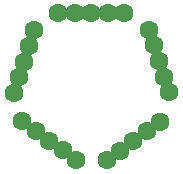
<source format=gbr>
G04 #@! TF.FileFunction,Soldermask,Bot*
%FSLAX46Y46*%
G04 Gerber Fmt 4.6, Leading zero omitted, Abs format (unit mm)*
G04 Created by KiCad (PCBNEW 4.0.7) date 01/08/18 14:04:22*
%MOMM*%
%LPD*%
G01*
G04 APERTURE LIST*
%ADD10C,0.100000*%
%ADD11C,1.600000*%
G04 APERTURE END LIST*
D10*
D11*
X149807552Y-97577678D03*
X151538048Y-92251762D03*
X151105424Y-93583241D03*
X150240176Y-96246199D03*
X150672800Y-94914720D03*
X155071648Y-103266119D03*
X150541152Y-99974521D03*
X151673776Y-100797421D03*
X153939024Y-102443219D03*
X152806400Y-101620320D03*
X161227392Y-92211122D03*
X162957888Y-97537038D03*
X162525264Y-96205559D03*
X161660016Y-93542601D03*
X162092640Y-94874080D03*
X162203968Y-99994841D03*
X157673472Y-103286439D03*
X158806096Y-102463539D03*
X161071344Y-100817741D03*
X159938720Y-101640640D03*
X153562400Y-90830400D03*
X159162400Y-90830400D03*
X157762400Y-90830400D03*
X154962400Y-90830400D03*
X156362400Y-90830400D03*
M02*

</source>
